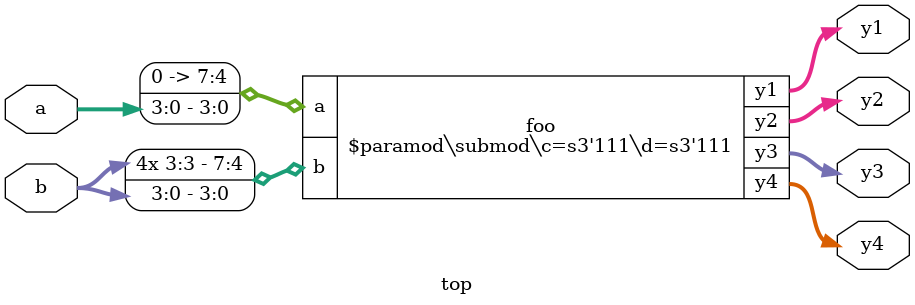
<source format=v>

(* top *)
module top(a, b, y1, y2, y3, y4);
input [3:0] a;
input signed [3:0] b;
output [7:0] y1, y2, y3, y4;
submod #(-3'sd1, -3'sd1) foo (a, b, y1, y2, y3, y4);
endmodule

(* gentb_skip *)
module submod(a, b, y1, y2, y3, y4);
parameter c = 0;
parameter [7:0] d = 0;
input [7:0] a, b;
output [7:0] y1, y2, y3, y4;
assign y1 = a;
assign y2 = b;
assign y3 = c;
assign y4 = d;
endmodule


</source>
